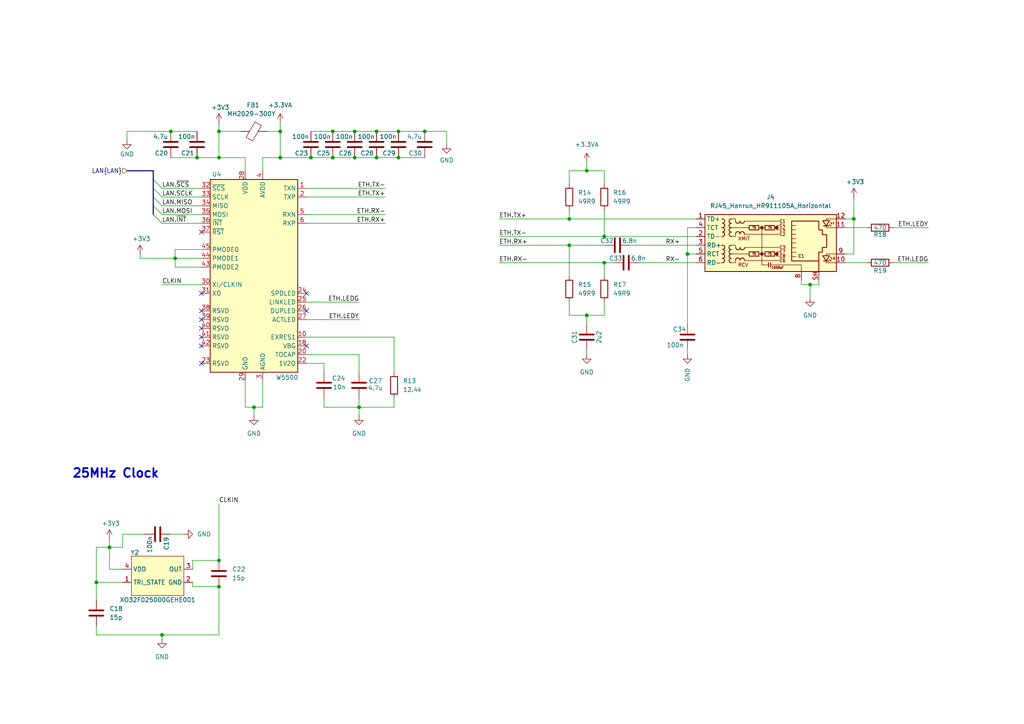
<source format=kicad_sch>
(kicad_sch (version 20250114) (generator "eeschema") (generator_version "9.0")
  (paper "A4")
  (title_block (title "AuraMon") (rev "v0.1"))
  (lib_symbols
    (symbol "AuraMon:XO32F025000GEHE001"
      (property "Reference" "Y2" (at -6.604 7.366 0))
      (property "Value" "XO32F025000GEHE001" (at 0 -6.35 0))
      (symbol "XO32F025000GEHE001_1_1"
        (rectangle (start -7.62 6.35) (end 7.62 -5.08) (fill (type background)))
        (pin input line (at -10.16 2.54 0) (length 2.54) (name "VDD") (number "4"))
        (pin input line (at -10.16 -1.27 0) (length 2.54) (name "TRI_STATE") (number "1"))
        (pin output line (at 10.16 2.54 180) (length 2.54) (name "OUT") (number "3"))
        (pin power_in line (at 10.16 -1.27 180) (length 2.54) (name "GND") (number "2"))
      )
    )
    (symbol "Connector:RJ45_Hanrun_HR911105A_Horizontal"
      (property "Reference" "J" (at 18.415 10.16 0))
      (property "Value" "RJ45_Hanrun_HR911105A_Horizontal" (at -19.05 10.16 0))
      (symbol "RJ45_Hanrun_HR911105A_Horizontal_0_0"
        (circle (center -1.27 5.08) (radius 0.0001) (stroke (width 0.508)))
        (polyline (pts (xy -1.27 5.08) (xy -1.27 -5.715)))
        (circle (center -1.27 -2.54) (radius 0.0001) (stroke (width 0.508)))
        (polyline (pts (xy 0.635 -5.08) (xy 0.635 -6.35)) (stroke (width 0.254)))
        (polyline (pts (xy 1.27 -5.08) (xy 1.27 -6.35)) (stroke (width 0.254)))
        (polyline (pts (xy 3.048 5.08) (xy 2.54 5.08)))
        (circle (center 3.048 5.08) (radius 0.0001) (stroke (width 0.508)))
        (polyline (pts (xy 3.048 -2.54) (xy 2.54 -2.54)))
        (circle (center 3.048 -2.54) (radius 0.0001) (stroke (width 0.508)))
        (polyline (pts (xy 3.683 5.715) (xy 3.048 5.715) (xy 3.048 4.445) (xy 3.683 4.445)))
        (polyline (pts (xy 3.683 -1.905) (xy 3.048 -1.905) (xy 3.048 -3.175) (xy 3.683 -3.175)))
        (polyline (pts (xy 17.399 7.112) (xy 17.399 7.62) (xy 20.32 7.62)))
        (polyline (pts (xy 17.399 -3.048) (xy 17.399 -2.54) (xy 20.32 -2.54)))
        (polyline (pts (xy 20.32 5.08) (xy 17.399 5.08) (xy 17.399 5.588)))
        (polyline (pts (xy 20.32 -5.08) (xy 17.399 -5.08) (xy 17.399 -4.572)))
        (text "XMIT" (at -8.255 1.905 0) (effects (font (size 1.016 1.016)) (justify left)))
        (text "RCV" (at -8.255 -5.715 0) (effects (font (size 1.016 1.016)) (justify left)))
        (text "C1" (at 4.699 6.985 0) (effects (font (size 0.889 0.889))))
        (text "C4" (at 4.699 5.715 0) (effects (font (size 0.889 0.889))))
        (text "C5" (at 4.699 4.445 0) (effects (font (size 0.889 0.889))))
        (text "C2" (at 4.699 3.175 0) (effects (font (size 0.889 0.889))))
        (text "C3" (at 4.699 -0.635 0) (effects (font (size 0.889 0.889))))
        (text "C7" (at 4.699 -1.905 0) (effects (font (size 0.889 0.889))))
        (text "C8" (at 4.699 -3.175 0) (effects (font (size 0.889 0.889))))
        (text "C6" (at 4.699 -4.445 0) (effects (font (size 0.889 0.889))))
        (text "C1" (at 10.16 -3.175 0) (effects (font (size 0.889 0.889))))
      )
      (symbol "RJ45_Hanrun_HR911105A_Horizontal_0_1"
        (rectangle (start -17.78 8.89) (end 20.32 -7.62) (stroke (width 0.254)) (fill (type background)))
        (polyline (pts (xy -12.7 7.62) (xy -13.081 7.62)))
        (polyline (pts (xy -12.7 5.08) (xy -13.081 5.08)))
        (polyline (pts (xy -12.7 2.54) (xy -13.081 2.54)))
        (polyline (pts (xy -12.7 0) (xy -13.081 0)))
        (polyline (pts (xy -12.7 -2.54) (xy -13.081 -2.54)))
        (polyline (pts (xy -12.7 -5.08) (xy -13.081 -5.08)))
        (polyline (pts (xy -10.16 7.62) (xy -8.89 7.62) (xy -8.89 6.985)))
        (polyline (pts (xy -10.16 0) (xy -8.89 0) (xy -8.89 -0.635)))
        (polyline (pts (xy -8.89 3.175) (xy -8.89 2.54) (xy -10.16 2.54)))
        (polyline (pts (xy -8.89 -4.445) (xy -8.89 -5.08) (xy -10.16 -5.08)))
        (polyline (pts (xy -6.35 6.985) (xy 3.683 6.985)))
        (polyline (pts (xy -6.35 3.175) (xy 3.683 3.175)))
        (polyline (pts (xy -6.35 -4.445) (xy 3.683 -4.445)))
        (polyline (pts (xy -6.223 -0.635) (xy 3.683 -0.635)))
        (polyline (pts (xy -5.08 -2.54) (xy -10.16 -2.54)))
        (polyline (pts (xy -4.953 5.08) (xy -10.16 5.08)))
        (polyline (pts (xy -2.159 5.08) (xy -0.381 5.08)))
        (polyline (pts (xy -2.159 -2.54) (xy -0.381 -2.54)))
        (polyline (pts (xy 0.635 -5.715) (xy -1.27 -5.715)))
        (polyline (pts (xy 7.366 3.175) (xy 8.636 3.175)))
        (polyline (pts (xy 7.366 1.905) (xy 8.636 1.905)))
        (polyline (pts (xy 7.366 0.635) (xy 8.636 0.635)))
        (polyline (pts (xy 7.366 -0.762) (xy 8.636 -0.762)))
        (polyline (pts (xy 7.366 -2.032) (xy 8.636 -2.032)))
        (polyline (pts (xy 8.636 5.715) (xy 7.366 5.715)))
        (polyline (pts (xy 8.636 4.445) (xy 7.366 4.445)))
        (polyline (pts (xy 8.636 -3.302) (xy 7.366 -3.302)))
        (polyline (pts (xy 10.16 -5.715) (xy 1.27 -5.715)))
        (polyline (pts (xy 10.16 -5.715) (xy 10.16 -7.62)))
      )
      (symbol "RJ45_Hanrun_HR911105A_Horizontal_1_0"
        (text "1000pF" (at 3.302 -6.477 0) (effects (font (size 0.635 0.635))))
      )
      (symbol "RJ45_Hanrun_HR911105A_Horizontal_1_1"
        (arc (start -12.7 0) (mid -12.0677 -0.635) (end -12.7 -1.27) (stroke (width 0.254)))
        (arc (start -12.6973 7.62) (mid -12.065 6.985) (end -12.6973 6.35) (stroke (width 0.254)))
        (arc (start -12.6973 -1.27) (mid -12.065 -1.905) (end -12.6973 -2.54) (stroke (width 0.254)))
        (arc (start -12.6973 -2.54) (mid -12.065 -3.175) (end -12.6973 -3.81) (stroke (width 0.254)))
        (arc (start -12.6973 -3.81) (mid -12.065 -4.445) (end -12.6973 -5.08) (stroke (width 0.254)))
        (arc (start -12.6946 6.35) (mid -12.0623 5.715) (end -12.6946 5.08) (stroke (width 0.254)))
        (arc (start -12.6946 5.08) (mid -12.0623 4.445) (end -12.6946 3.81) (stroke (width 0.254)))
        (arc (start -12.6946 3.81) (mid -12.0623 3.175) (end -12.6946 2.54) (stroke (width 0.254)))
        (arc (start -10.1654 6.35) (mid -10.7977 6.985) (end -10.1654 7.62) (stroke (width 0.254)))
        (arc (start -10.1654 5.08) (mid -10.7977 5.715) (end -10.1654 6.35) (stroke (width 0.254)))
        (arc (start -10.1654 3.81) (mid -10.7977 4.445) (end -10.1654 5.08) (stroke (width 0.254)))
        (arc (start -10.1654 -1.27) (mid -10.7977 -0.635) (end -10.1654 0) (stroke (width 0.254)))
        (arc (start -10.1654 -2.54) (mid -10.7977 -1.905) (end -10.1654 -1.27) (stroke (width 0.254)))
        (arc (start -10.1654 -3.81) (mid -10.7977 -3.175) (end -10.1654 -2.54) (stroke (width 0.254)))
        (arc (start -10.1627 2.54) (mid -10.795 3.175) (end -10.1627 3.81) (stroke (width 0.254)))
        (arc (start -10.1627 -5.08) (mid -10.795 -4.445) (end -10.1627 -3.81) (stroke (width 0.254)))
        (arc (start -7.62 6.9823) (mid -8.255 6.35) (end -8.89 6.9823) (stroke (width 0.254)))
        (arc (start -8.89 3.3047) (mid -8.255 3.937) (end -7.62 3.3047) (stroke (width 0.254)))
        (arc (start -8.89 -4.3153) (mid -8.255 -3.683) (end -7.62 -4.3153) (stroke (width 0.254)))
        (arc (start -7.5565 -0.7012) (mid -8.1915 -1.3335) (end -8.8265 -0.7012) (stroke (width 0.254)))
        (arc (start -6.35 6.985) (mid -6.985 6.3527) (end -7.62 6.985) (stroke (width 0.254)))
        (arc (start -7.62 3.3074) (mid -6.985 3.9397) (end -6.35 3.3074) (stroke (width 0.254)))
        (arc (start -7.62 -4.3126) (mid -6.985 -3.6803) (end -6.35 -4.3126) (stroke (width 0.254)))
        (arc (start -6.2865 -0.6985) (mid -6.9215 -1.3308) (end -7.5565 -0.6985) (stroke (width 0.254)))
        (rectangle (start -4.953 5.715) (end -2.159 4.445) (stroke (width 0.254)))
        (rectangle (start -4.953 -1.905) (end -2.159 -3.175) (stroke (width 0.254)))
        (rectangle (start -0.381 5.715) (end 2.413 4.445) (stroke (width 0.254)))
        (rectangle (start -0.381 -1.905) (end 2.413 -3.175) (stroke (width 0.254)))
        (polyline (pts (xy 7.366 -4.572) (xy 7.366 6.985) (xy 15.24 6.985) (xy 15.24 4.445) (xy 16.256 4.445) (xy 16.256 3.048) (xy 17.526 3.048) (xy 17.526 -0.635) (xy 16.256 -0.635) (xy 16.256 -2.032) (xy 15.24 -2.032) (xy 15.24 -4.572) (xy 7.366 -4.572)) (stroke (width 0.254)))
        (polyline (pts (xy 15.24 -7.62) (xy 15.24 -4.572)) (stroke (width 0.254)))
        (polyline (pts (xy 18.161 5.588) (xy 16.637 5.588)) (stroke (width 0.254)))
        (polyline (pts (xy 18.161 -4.572) (xy 16.637 -4.572)) (stroke (width 0.254)))
        (polyline (pts (xy 18.288 7.112) (xy 16.383 7.112) (xy 17.399 5.588) (xy 18.288 7.112)) (stroke (width 0.254)))
        (polyline (pts (xy 18.288 6.096) (xy 18.796 5.588) (xy 18.542 5.588)))
        (polyline (pts (xy 18.288 -3.048) (xy 16.383 -3.048) (xy 17.399 -4.572) (xy 18.288 -3.048)) (stroke (width 0.254)))
        (polyline (pts (xy 18.288 -4.064) (xy 18.796 -4.572) (xy 18.542 -4.572)))
        (polyline (pts (xy 18.542 6.731) (xy 19.05 6.223) (xy 18.796 6.223)))
        (polyline (pts (xy 18.542 -3.429) (xy 19.05 -3.937) (xy 18.796 -3.937)))
        (polyline (pts (xy 18.796 5.588) (xy 18.796 5.842)))
        (polyline (pts (xy 18.796 -4.572) (xy 18.796 -4.318)))
        (polyline (pts (xy 19.05 6.223) (xy 19.05 6.477)))
        (polyline (pts (xy 19.05 -3.937) (xy 19.05 -3.683)))
        (text "75" (at -3.556 5.08 0) (effects (font (size 0.635 0.635))))
        (text "75" (at -3.556 -2.54 0) (effects (font (size 0.635 0.635))))
        (text "75" (at 1.016 5.08 0) (effects (font (size 0.635 0.635))))
        (text "75" (at 1.016 -2.54 0) (effects (font (size 0.635 0.635))))
        (text "Y" (at 19.558 6.35 0) (effects (font (size 0.635 0.635))))
        (text "G" (at 19.685 -3.81 0) (effects (font (size 0.635 0.635))))
        (pin passive line (at -20.32 7.62 0) (length 2.54) (name "TD+") (number "1"))
        (pin passive line (at -20.32 5.08 0) (length 2.54) (name "TCT") (number "4"))
        (pin passive line (at -20.32 2.54 0) (length 2.54) (name "TD-") (number "2"))
        (pin passive line (at -20.32 0 0) (length 2.54) (name "RD+") (number "3"))
        (pin passive line (at -20.32 -2.54 0) (length 2.54) (name "RCT") (number "5"))
        (pin passive line (at -20.32 -5.08 0) (length 2.54) (name "RD-") (number "6"))
        (pin power_in line (at 10.16 -10.16 90) (length 2.54) (name "") (number "8"))
        (pin passive line (at 15.24 -10.16 90) (length 2.54) (name "") (number "SH"))
        (pin no_connect line (at 20.32 0 0) (length 0) (hide yes) (name "NC") (number "7"))
        (pin passive line (at 22.86 7.62 180) (length 2.54) (name "") (number "12"))
        (pin passive line (at 22.86 5.08 180) (length 2.54) (name "") (number "11"))
        (pin passive line (at 22.86 -2.54 180) (length 2.54) (name "") (number "9"))
        (pin passive line (at 22.86 -5.08 180) (length 2.54) (name "") (number "10"))
      )
    )
    (symbol "Device:C" (pin_numbers (hide yes)) (pin_names (offset 0.254))
      (property "Reference" "C" (at 0.635 2.54 0))
      (property "Value" "C" (at 0.635 -2.54 0))
      (symbol "C_0_1"
        (polyline (pts (xy -2.032 0.762) (xy 2.032 0.762)) (stroke (width 0.508)))
        (polyline (pts (xy -2.032 -0.762) (xy 2.032 -0.762)) (stroke (width 0.508)))
      )
      (symbol "C_1_1"
        (pin passive line (at 0 3.81 270) (length 2.794) (name "~") (number "1"))
        (pin passive line (at 0 -3.81 90) (length 2.794) (name "~") (number "2"))
      )
    )
    (symbol "Device:FerriteBead" (pin_numbers (hide yes)) (pin_names (offset 0))
      (property "Reference" "FB" (at -3.81 0.635 90))
      (property "Value" "FerriteBead" (at 3.81 0 90))
      (symbol "FerriteBead_0_1"
        (polyline (pts (xy -2.7686 0.4064) (xy -1.7018 2.2606) (xy 2.7686 -0.3048) (xy 1.6764 -2.159) (xy -2.7686 0.4064)))
        (polyline (pts (xy 0 1.27) (xy 0 1.2954)))
        (polyline (pts (xy 0 -1.27) (xy 0 -1.2192)))
      )
      (symbol "FerriteBead_1_1"
        (pin passive line (at 0 3.81 270) (length 2.54) (name "~") (number "1"))
        (pin passive line (at 0 -3.81 90) (length 2.54) (name "~") (number "2"))
      )
    )
    (symbol "Device:R" (pin_numbers (hide yes)) (pin_names (offset 0))
      (property "Reference" "R" (at 2.032 0 90))
      (property "Value" "R" (at 0 0 90))
      (symbol "R_0_1"
        (rectangle (start -1.016 -2.54) (end 1.016 2.54) (stroke (width 0.254)))
      )
      (symbol "R_1_1"
        (pin passive line (at 0 3.81 270) (length 1.27) (name "~") (number "1"))
        (pin passive line (at 0 -3.81 90) (length 1.27) (name "~") (number "2"))
      )
    )
    (symbol "Hardware Components:C_2u2_0402_25V" (pin_numbers (hide yes)) (pin_names (offset 0.254))
      (property "Reference" "C" (at -3.556 0 90))
      (property "Value" "2u2" (at 3.556 0 90))
      (symbol "C_2u2_0402_25V_0_1"
        (polyline (pts (xy -2.032 0.762) (xy 2.032 0.762)) (stroke (width 0.508)))
        (polyline (pts (xy -2.032 -0.762) (xy 2.032 -0.762)) (stroke (width 0.508)))
      )
      (symbol "C_2u2_0402_25V_1_1"
        (pin passive line (at 0 3.81 270) (length 2.794) (name "~") (number "1"))
        (pin passive line (at 0 -3.81 90) (length 2.794) (name "~") (number "2"))
      )
    )
    (symbol "Interface_Ethernet:W5500"
      (property "Reference" "U" (at -11.43 29.21 0))
      (property "Value" "W5500" (at 8.89 29.21 0))
      (symbol "W5500_0_1"
        (rectangle (start -12.7 27.94) (end 12.7 -27.94) (stroke (width 0.254)) (fill (type background)))
      )
      (symbol "W5500_1_1"
        (pin input line (at -15.24 25.4 0) (length 2.54) (name "~{SCS}") (number "32"))
        (pin input line (at -15.24 22.86 0) (length 2.54) (name "SCLK") (number "33"))
        (pin output line (at -15.24 20.32 0) (length 2.54) (name "MISO") (number "34"))
        (pin input line (at -15.24 17.78 0) (length 2.54) (name "MOSI") (number "35"))
        (pin input line (at -15.24 15.24 0) (length 2.54) (name "~{INT}") (number "36"))
        (pin input line (at -15.24 12.7 0) (length 2.54) (name "~{RST}") (number "37"))
        (pin input line (at -15.24 7.62 0) (length 2.54) (name "PMODE0") (number "45"))
        (pin input line (at -15.24 5.08 0) (length 2.54) (name "PMODE1") (number "44"))
        (pin input line (at -15.24 2.54 0) (length 2.54) (name "PMODE2") (number "43"))
        (pin input line (at -15.24 -2.54 0) (length 2.54) (name "XI/CLKIN") (number "30"))
        (pin output line (at -15.24 -5.08 0) (length 2.54) (name "XO") (number "31"))
        (pin input line (at -15.24 -10.16 0) (length 2.54) (name "RSVD") (number "38"))
        (pin input line (at -15.24 -12.7 0) (length 2.54) (name "RSVD") (number "39"))
        (pin input line (at -15.24 -15.24 0) (length 2.54) (name "RSVD") (number "40"))
        (pin input line (at -15.24 -17.78 0) (length 2.54) (name "RSVD") (number "41"))
        (pin input line (at -15.24 -20.32 0) (length 2.54) (name "RSVD") (number "42"))
        (pin input line (at -15.24 -25.4 0) (length 2.54) (name "RSVD") (number "23"))
        (pin power_in line (at -2.54 30.48 270) (length 2.54) (name "VDD") (number "28"))
        (pin power_in line (at -2.54 -30.48 90) (length 2.54) (name "GND") (number "29"))
        (pin passive line (at 2.54 30.48 270) (length 2.54) (hide yes) (name "AVDD") (number "11"))
        (pin passive line (at 2.54 30.48 270) (length 2.54) (hide yes) (name "AVDD") (number "15"))
        (pin passive line (at 2.54 30.48 270) (length 2.54) (hide yes) (name "AVDD") (number "17"))
        (pin passive line (at 2.54 30.48 270) (length 2.54) (hide yes) (name "AVDD") (number "21"))
        (pin power_in line (at 2.54 30.48 270) (length 2.54) (name "AVDD") (number "4"))
        (pin passive line (at 2.54 30.48 270) (length 2.54) (hide yes) (name "AVDD") (number "8"))
        (pin passive line (at 2.54 -30.48 90) (length 2.54) (hide yes) (name "AGND") (number "14"))
        (pin passive line (at 2.54 -30.48 90) (length 2.54) (hide yes) (name "AGND") (number "16"))
        (pin passive line (at 2.54 -30.48 90) (length 2.54) (hide yes) (name "AGND") (number "19"))
        (pin power_in line (at 2.54 -30.48 90) (length 2.54) (name "AGND") (number "3"))
        (pin passive line (at 2.54 -30.48 90) (length 2.54) (hide yes) (name "AGND") (number "48"))
        (pin passive line (at 2.54 -30.48 90) (length 2.54) (hide yes) (name "AGND") (number "9"))
        (pin no_connect line (at 12.7 10.16 180) (length 2.54) (hide yes) (name "DNC") (number "7"))
        (pin no_connect line (at 12.7 7.62 180) (length 2.54) (hide yes) (name "NC") (number "12"))
        (pin no_connect line (at 12.7 5.08 180) (length 2.54) (hide yes) (name "NC") (number "13"))
        (pin no_connect line (at 12.7 2.54 180) (length 2.54) (hide yes) (name "NC") (number "46"))
        (pin no_connect line (at 12.7 0 180) (length 2.54) (hide yes) (name "NC") (number "47"))
        (pin output line (at 15.24 25.4 180) (length 2.54) (name "TXN") (number "1"))
        (pin output line (at 15.24 22.86 180) (length 2.54) (name "TXP") (number "2"))
        (pin input line (at 15.24 17.78 180) (length 2.54) (name "RXN") (number "5"))
        (pin input line (at 15.24 15.24 180) (length 2.54) (name "RXP") (number "6"))
        (pin output line (at 15.24 -5.08 180) (length 2.54) (name "SPDLED") (number "24"))
        (pin output line (at 15.24 -7.62 180) (length 2.54) (name "LINKLED") (number "25"))
        (pin output line (at 15.24 -10.16 180) (length 2.54) (name "DUPLED") (number "26"))
        (pin output line (at 15.24 -12.7 180) (length 2.54) (name "ACTLED") (number "27"))
        (pin passive line (at 15.24 -17.78 180) (length 2.54) (name "EXRES1") (number "10"))
        (pin passive line (at 15.24 -20.32 180) (length 2.54) (name "VBG") (number "18"))
        (pin passive line (at 15.24 -22.86 180) (length 2.54) (name "TOCAP") (number "20"))
        (pin output line (at 15.24 -25.4 180) (length 2.54) (name "1V2O") (number "22"))
      )
    )
    (symbol "power:+3.3VA" (power) (pin_numbers (hide yes)) (pin_names (offset 0) (hide yes))
      (property "Value" "+3.3VA" (at 0 3.556 0))
      (symbol "+3.3VA_0_1"
        (polyline (pts (xy -0.762 1.27) (xy 0 2.54)))
        (polyline (pts (xy 0 2.54) (xy 0.762 1.27)))
        (polyline (pts (xy 0 0) (xy 0 2.54)))
      )
      (symbol "+3.3VA_1_1"
        (pin power_in line (at 0 0 90) (length 0) (name "~") (number "1"))
      )
    )
    (symbol "power:+3V3" (power) (pin_numbers (hide yes)) (pin_names (offset 0) (hide yes))
      (property "Value" "+3V3" (at 0 3.556 0))
      (symbol "+3V3_0_1"
        (polyline (pts (xy -0.762 1.27) (xy 0 2.54)))
        (polyline (pts (xy 0 2.54) (xy 0.762 1.27)))
        (polyline (pts (xy 0 0) (xy 0 2.54)))
      )
      (symbol "+3V3_1_1"
        (pin power_in line (at 0 0 90) (length 0) (name "~") (number "1"))
      )
    )
    (symbol "power:GND" (power) (pin_numbers (hide yes)) (pin_names (offset 0) (hide yes))
      (property "Value" "GND" (at 0 -3.81 0))
      (symbol "GND_0_1"
        (polyline (pts (xy 0 0) (xy 0 -1.27) (xy 1.27 -1.27) (xy 0 -2.54) (xy -1.27 -1.27) (xy 0 -1.27)))
      )
      (symbol "GND_1_1"
        (pin power_in line (at 0 0 270) (length 0) (name "~") (number "1"))
      )
    )
  )
  (bus_alias "LAN" (members "~{SCS}" "SCLK" "MISO" "MOSI" "~{INT}" "~{RST}"))
  (text "25MHz Clock" (at 20.828 137.414 0) (effects (font (size 2.54 2.54) (thickness 0.508) (bold yes)) (justify left)))
  (junction (at 57.15 45.72))
  (junction (at 102.87 38.1))
  (junction (at 31.75 158.75))
  (junction (at 175.26 68.58))
  (junction (at 81.28 45.72))
  (junction (at 170.18 91.44))
  (junction (at 115.57 38.1))
  (junction (at 63.5 45.72))
  (junction (at 109.22 45.72))
  (junction (at 49.53 38.1))
  (junction (at 73.66 118.11))
  (junction (at 109.22 38.1))
  (junction (at 104.14 118.11))
  (junction (at 27.94 168.91))
  (junction (at 170.18 49.53))
  (junction (at 63.5 170.18))
  (junction (at 90.17 45.72))
  (junction (at 115.57 45.72))
  (junction (at 96.52 38.1))
  (junction (at 199.39 73.66))
  (junction (at 63.5 162.56))
  (junction (at 165.1 71.12))
  (junction (at 175.26 76.2))
  (junction (at 96.52 45.72))
  (junction (at 234.95 82.55))
  (junction (at 165.1 63.5))
  (junction (at 63.5 38.1))
  (junction (at 247.65 63.5))
  (junction (at 81.28 38.1))
  (junction (at 123.19 38.1))
  (junction (at 46.99 184.15))
  (junction (at 102.87 45.72))
  (junction (at 50.8 74.93))
  (no_connect (at 58.42 92.71))
  (no_connect (at 88.9 85.09))
  (no_connect (at 88.9 90.17))
  (no_connect (at 58.42 95.25))
  (no_connect (at 58.42 90.17))
  (no_connect (at 58.42 85.09))
  (no_connect (at 58.42 105.41))
  (no_connect (at 58.42 97.79))
  (no_connect (at 58.42 100.33))
  (no_connect (at 88.9 100.33))
  (no_connect (at 58.42 67.31))
  (bus_entry (at 44.45 62.23) (size 2.54 2.54))
  (bus_entry (at 44.45 52.07) (size 2.54 2.54))
  (bus_entry (at 44.45 57.15) (size 2.54 2.54))
  (bus_entry (at 44.45 54.61) (size 2.54 2.54))
  (bus_entry (at 44.45 59.69) (size 2.54 2.54))
  (wire (pts (xy 46.99 59.69) (xy 58.42 59.69)))
  (wire (pts (xy 245.11 76.2) (xy 251.46 76.2)))
  (wire (pts (xy 35.56 154.94) (xy 35.56 158.75)))
  (wire (pts (xy 46.99 57.15) (xy 58.42 57.15)))
  (wire (pts (xy 63.5 38.1) (xy 69.85 38.1)))
  (wire (pts (xy 144.78 76.2) (xy 175.26 76.2)))
  (wire (pts (xy 109.22 45.72) (xy 115.57 45.72)))
  (wire (pts (xy 46.99 54.61) (xy 58.42 54.61)))
  (wire (pts (xy 63.5 45.72) (xy 71.12 45.72)))
  (wire (pts (xy 111.76 57.15) (xy 88.9 57.15)))
  (wire (pts (xy 49.53 38.1) (xy 57.15 38.1)))
  (wire (pts (xy 63.5 38.1) (xy 63.5 45.72)))
  (bus (pts (xy 36.83 49.53) (xy 44.45 49.53)))
  (wire (pts (xy 88.9 97.79) (xy 114.3 97.79)))
  (wire (pts (xy 76.2 118.11) (xy 73.66 118.11)))
  (wire (pts (xy 115.57 45.72) (xy 123.19 45.72)))
  (wire (pts (xy 27.94 158.75) (xy 27.94 168.91)))
  (wire (pts (xy 232.41 82.55) (xy 234.95 82.55)))
  (wire (pts (xy 245.11 73.66) (xy 247.65 73.66)))
  (wire (pts (xy 109.22 38.1) (xy 115.57 38.1)))
  (wire (pts (xy 88.9 92.71) (xy 104.14 92.71)))
  (wire (pts (xy 55.88 165.1) (xy 55.88 162.56)))
  (wire (pts (xy 36.83 38.1) (xy 49.53 38.1)))
  (wire (pts (xy 50.8 74.93) (xy 58.42 74.93)))
  (wire (pts (xy 170.18 91.44) (xy 170.18 93.98)))
  (wire (pts (xy 170.18 46.99) (xy 170.18 49.53)))
  (wire (pts (xy 237.49 82.55) (xy 234.95 82.55)))
  (wire (pts (xy 201.93 66.04) (xy 199.39 66.04)))
  (wire (pts (xy 114.3 97.79) (xy 114.3 107.95)))
  (wire (pts (xy 81.28 45.72) (xy 90.17 45.72)))
  (wire (pts (xy 50.8 77.47) (xy 50.8 74.93)))
  (wire (pts (xy 165.1 71.12) (xy 165.1 80.01)))
  (wire (pts (xy 115.57 38.1) (xy 123.19 38.1)))
  (wire (pts (xy 104.14 102.87) (xy 104.14 107.95)))
  (wire (pts (xy 50.8 72.39) (xy 50.8 74.93)))
  (wire (pts (xy 96.52 45.72) (xy 102.87 45.72)))
  (wire (pts (xy 185.42 76.2) (xy 201.93 76.2)))
  (bus (pts (xy 44.45 54.61) (xy 44.45 52.07)))
  (wire (pts (xy 55.88 168.91) (xy 55.88 170.18)))
  (wire (pts (xy 63.5 146.05) (xy 63.5 162.56)))
  (wire (pts (xy 129.54 38.1) (xy 123.19 38.1)))
  (wire (pts (xy 57.15 45.72) (xy 63.5 45.72)))
  (wire (pts (xy 31.75 156.21) (xy 31.75 158.75)))
  (wire (pts (xy 88.9 62.23) (xy 111.76 62.23)))
  (wire (pts (xy 71.12 118.11) (xy 71.12 110.49)))
  (wire (pts (xy 55.88 162.56) (xy 63.5 162.56)))
  (wire (pts (xy 102.87 38.1) (xy 109.22 38.1)))
  (wire (pts (xy 234.95 82.55) (xy 234.95 86.36)))
  (wire (pts (xy 165.1 91.44) (xy 170.18 91.44)))
  (wire (pts (xy 247.65 57.15) (xy 247.65 63.5)))
  (wire (pts (xy 81.28 35.56) (xy 81.28 38.1)))
  (wire (pts (xy 31.75 165.1) (xy 35.56 165.1)))
  (wire (pts (xy 199.39 66.04) (xy 199.39 73.66)))
  (wire (pts (xy 76.2 49.53) (xy 76.2 45.72)))
  (wire (pts (xy 46.99 82.55) (xy 58.42 82.55)))
  (wire (pts (xy 144.78 63.5) (xy 165.1 63.5)))
  (wire (pts (xy 36.83 40.64) (xy 36.83 38.1)))
  (wire (pts (xy 46.99 62.23) (xy 58.42 62.23)))
  (wire (pts (xy 144.78 71.12) (xy 165.1 71.12)))
  (wire (pts (xy 102.87 45.72) (xy 109.22 45.72)))
  (wire (pts (xy 73.66 120.65) (xy 73.66 118.11)))
  (wire (pts (xy 40.64 74.93) (xy 40.64 73.66)))
  (wire (pts (xy 93.98 105.41) (xy 88.9 105.41)))
  (wire (pts (xy 63.5 35.56) (xy 63.5 38.1)))
  (wire (pts (xy 40.64 74.93) (xy 50.8 74.93)))
  (wire (pts (xy 81.28 45.72) (xy 81.28 38.1)))
  (wire (pts (xy 90.17 38.1) (xy 96.52 38.1)))
  (wire (pts (xy 245.11 63.5) (xy 247.65 63.5)))
  (wire (pts (xy 245.11 66.04) (xy 251.46 66.04)))
  (wire (pts (xy 175.26 53.34) (xy 175.26 49.53)))
  (wire (pts (xy 175.26 60.96) (xy 175.26 68.58)))
  (wire (pts (xy 81.28 38.1) (xy 77.47 38.1)))
  (wire (pts (xy 104.14 118.11) (xy 104.14 120.65)))
  (wire (pts (xy 129.54 41.91) (xy 129.54 38.1)))
  (wire (pts (xy 175.26 68.58) (xy 201.93 68.58)))
  (bus (pts (xy 44.45 57.15) (xy 44.45 54.61)))
  (wire (pts (xy 58.42 77.47) (xy 50.8 77.47)))
  (wire (pts (xy 46.99 64.77) (xy 58.42 64.77)))
  (wire (pts (xy 182.88 71.12) (xy 201.93 71.12)))
  (wire (pts (xy 71.12 45.72) (xy 71.12 49.53)))
  (bus (pts (xy 44.45 52.07) (xy 44.45 49.53)))
  (wire (pts (xy 199.39 102.87) (xy 199.39 101.6)))
  (wire (pts (xy 170.18 49.53) (xy 175.26 49.53)))
  (wire (pts (xy 88.9 64.77) (xy 111.76 64.77)))
  (wire (pts (xy 93.98 107.95) (xy 93.98 105.41)))
  (wire (pts (xy 93.98 118.11) (xy 104.14 118.11)))
  (wire (pts (xy 90.17 45.72) (xy 96.52 45.72)))
  (wire (pts (xy 175.26 76.2) (xy 175.26 80.01)))
  (wire (pts (xy 93.98 115.57) (xy 93.98 118.11)))
  (wire (pts (xy 175.26 76.2) (xy 177.8 76.2)))
  (wire (pts (xy 175.26 87.63) (xy 175.26 91.44)))
  (wire (pts (xy 49.53 45.72) (xy 57.15 45.72)))
  (wire (pts (xy 49.53 154.94) (xy 53.34 154.94)))
  (wire (pts (xy 73.66 118.11) (xy 71.12 118.11)))
  (wire (pts (xy 165.1 63.5) (xy 201.93 63.5)))
  (wire (pts (xy 35.56 158.75) (xy 31.75 158.75)))
  (wire (pts (xy 237.49 81.28) (xy 237.49 82.55)))
  (wire (pts (xy 46.99 184.15) (xy 46.99 185.42)))
  (wire (pts (xy 199.39 73.66) (xy 199.39 93.98)))
  (wire (pts (xy 170.18 91.44) (xy 175.26 91.44)))
  (wire (pts (xy 88.9 87.63) (xy 104.14 87.63)))
  (wire (pts (xy 114.3 115.57) (xy 114.3 118.11)))
  (wire (pts (xy 165.1 60.96) (xy 165.1 63.5)))
  (wire (pts (xy 165.1 87.63) (xy 165.1 91.44)))
  (wire (pts (xy 247.65 63.5) (xy 247.65 73.66)))
  (wire (pts (xy 269.24 76.2) (xy 259.08 76.2)))
  (wire (pts (xy 88.9 102.87) (xy 104.14 102.87)))
  (wire (pts (xy 41.91 154.94) (xy 35.56 154.94)))
  (wire (pts (xy 96.52 38.1) (xy 102.87 38.1)))
  (wire (pts (xy 165.1 49.53) (xy 165.1 53.34)))
  (wire (pts (xy 170.18 102.87) (xy 170.18 101.6)))
  (wire (pts (xy 104.14 118.11) (xy 114.3 118.11)))
  (wire (pts (xy 165.1 71.12) (xy 175.26 71.12)))
  (wire (pts (xy 55.88 170.18) (xy 63.5 170.18)))
  (wire (pts (xy 27.94 184.15) (xy 46.99 184.15)))
  (wire (pts (xy 76.2 45.72) (xy 81.28 45.72)))
  (wire (pts (xy 46.99 184.15) (xy 63.5 184.15)))
  (wire (pts (xy 31.75 158.75) (xy 31.75 165.1)))
  (wire (pts (xy 63.5 184.15) (xy 63.5 170.18)))
  (wire (pts (xy 111.76 54.61) (xy 88.9 54.61)))
  (wire (pts (xy 232.41 81.28) (xy 232.41 82.55)))
  (bus (pts (xy 44.45 59.69) (xy 44.45 57.15)))
  (wire (pts (xy 27.94 168.91) (xy 27.94 173.99)))
  (wire (pts (xy 31.75 158.75) (xy 27.94 158.75)))
  (wire (pts (xy 144.78 68.58) (xy 175.26 68.58)))
  (wire (pts (xy 165.1 49.53) (xy 170.18 49.53)))
  (wire (pts (xy 35.56 168.91) (xy 27.94 168.91)))
  (wire (pts (xy 269.24 66.04) (xy 259.08 66.04)))
  (wire (pts (xy 27.94 181.61) (xy 27.94 184.15)))
  (bus (pts (xy 44.45 62.23) (xy 44.45 59.69)))
  (wire (pts (xy 58.42 72.39) (xy 50.8 72.39)))
  (wire (pts (xy 199.39 73.66) (xy 201.93 73.66)))
  (wire (pts (xy 76.2 110.49) (xy 76.2 118.11)))
  (wire (pts (xy 104.14 115.57) (xy 104.14 118.11)))
  (label "RX+" (at 193.04 71.12 0))
  (label "LAN.~{INT}" (at 46.99 64.77 0))
  (label "ETH.RX+" (at 144.78 71.12 0))
  (label "ETH.LEDY" (at 104.14 92.71 180))
  (label "CLKIN" (at 63.5 146.05 0))
  (label "ETH.TX+" (at 111.76 57.15 180))
  (label "ETH.TX-" (at 111.76 54.61 180))
  (label "ETH.TX+" (at 144.78 63.5 0))
  (label "RX-" (at 193.04 76.2 0))
  (label "LAN.MISO" (at 46.99 59.69 0))
  (label "ETH.RX-" (at 111.76 62.23 180))
  (label "ETH.RX+" (at 111.76 64.77 180))
  (label "ETH.RX-" (at 144.78 76.2 0))
  (label "ETH.LEDG" (at 104.14 87.63 180))
  (label "ETH.TX-" (at 144.78 68.58 0))
  (label "LAN.MOSI" (at 46.99 62.23 0))
  (label "ETH.LEDY" (at 269.24 66.04 180))
  (label "LAN.SCLK" (at 46.99 57.15 0))
  (label "LAN.~{SCS}" (at 46.99 54.61 0))
  (label "CLKIN" (at 46.99 82.55 0))
  (label "ETH.LEDG" (at 269.24 76.2 180))
  (hierarchical_label "LAN{LAN}" (shape input) (at 36.83 49.53 180))
  (symbol (lib_id "Device:C") (at 123.19 41.91 180) (unit 1)
    (property "Reference" "C30" (at 122.428 44.45 0) (effects (justify left)))
    (property "Value" "4.7u" (at 122.428 39.624 0) (effects (justify left)))
    (property "Footprint" "AuraMon:C_0402_1005Metric" (effects (hide yes)))
    (property "Datasheet" "https://jlcpcb.com/api/file/downloadByFileSystemAccessId/8588941126014918656" (effects (hide yes)))
    (property "Description" "16V 4.7uF X5R ±20% 0402 Multilayer Ceramic Capacitors MLCC - SMD/SMT ROHS" (effects (hide yes)))
    (property "MPN" "CL05A475MO5NUNC" (effects (hide yes)))
    (property "JLCPCB Part #" "C318563" (effects (hide yes)))
    (property "Manufacturer" "Samsung Electro-Mechanics" (effects (hide yes)))
  )
  (symbol (lib_id "Hardware Components:C_2u2_0402_25V") (at 170.18 97.79 0) (unit 1)
    (property "Reference" "C31" (at 166.624 97.79 90))
    (property "Value" "2u2" (at 173.736 97.79 90))
    (property "Footprint" "Hardware Components:C_0402_1005Metric" (effects (hide yes)))
    (property "Datasheet" "https://jlcpcb.com/api/file/downloadByFileSystemAccessId/8588894249148014592" (effects (hide yes)))
    (property "Description" "2.2uF 25V X5R ±10% 0402 Multilayer Ceramic Capacitors MLCC - SMD/SMT ROHS" (effects (hide yes)))
    (property "MPN" "CL05A225KA5NUNC" (effects (hide yes)))
    (property "JLCPCB Part #" "C307418" (effects (hide yes)))
    (property "Manufacturer" "Samsung Electro-Mechanics" (effects (hide yes)))
  )
  (symbol (lib_id "Device:C") (at 93.98 111.76 0) (unit 1)
    (property "Reference" "C24" (at 96.266 109.728 0) (effects (justify left)))
    (property "Value" "10n" (at 96.52 112.268 0) (effects (justify left)))
    (property "Footprint" "AuraMon:C_0402_1005Metric" (effects (hide yes)))
    (property "Datasheet" "https://jlcpcb.com/api/file/downloadByFileSystemAccessId/8579707307011465216" (effects (hide yes)))
    (property "Description" "10nF 50V X7R ±10% 0402 Multilayer Ceramic Capacitors MLCC - SMD/SMT ROHS" (effects (hide yes)))
    (property "MPN" "CL05B103KB5NNNC" (effects (hide yes)))
    (property "JLCPCB Part #" "C15195" (effects (hide yes)))
    (property "Manufacturer" "Samsung Electro-Mechanics" (effects (hide yes)))
  )
  (symbol (lib_id "Device:C") (at 96.52 41.91 180) (unit 1)
    (property "Reference" "C25" (at 95.758 44.45 0) (effects (justify left)))
    (property "Value" "100n" (at 96.012 39.624 0) (effects (justify left)))
    (property "Footprint" "AuraMon:C_0402_1005Metric" (effects (hide yes)))
    (property "Datasheet" "https://www.lcsc.com/datasheet/lcsc_datasheet_2304140030_Samsung-Electro-Mechanics-CL05B104KO5NNNC_C1525.pdf" (effects (hide yes)))
    (property "Description" "16V 100nF X7R ±10% 0402 Multilayer Ceramic Capacitors MLCC - SMD/SMT ROHS" (effects (hide yes)))
    (property "MPN" "CL05B104KO5NNNC" (effects (hide yes)))
    (property "JLCPCB Part #" "C1525" (effects (hide yes)))
    (property "Manufacturer" "Samsung Electro-Mechanics" (effects (hide yes)))
  )
  (symbol (lib_id "Interface_Ethernet:W5500") (at 73.66 80.01 0) (unit 1)
    (property "Reference" "U4" (at 61.468 50.546 0) (effects (justify left)))
    (property "Value" "W5500" (at 80.01 109.474 0) (effects (justify left)))
    (property "Footprint" "Package_QFP:LQFP-48_7x7mm_P0.5mm" (effects (hide yes)))
    (property "Datasheet" "https://jlcpcb.com/api/file/downloadByFileSystemAccessId/8579709494731071488" (effects (hide yes)))
    (property "Description" "10/100Mb SPI Ethernet controller with TCP/IP stack, LQFP-48" (effects (hide yes)))
    (property "MPN" "W5500" (effects (hide yes)))
    (property "Manufacturer" "WIZNET" (effects (hide yes)))
    (property "JLCPCB Part #" "C32843" (effects (hide yes)))
  )
  (symbol (lib_id "Device:R") (at 175.26 83.82 0) (unit 1)
    (property "Reference" "R17" (at 177.8 82.5499 0) (effects (justify left)))
    (property "Value" "49R9" (at 177.8 85.0899 0) (effects (justify left)))
    (property "Footprint" "Resistor_SMD:R_0603_1608Metric" (effects (hide yes)))
    (property "Datasheet" "https://jlcpcb.com/api/file/downloadByFileSystemAccessId/8588899000954707968" (effects (hide yes)))
    (property "Description" "100mW Thick Film Resistors 75V ±100ppm/℃ ±1% 49.9Ω 0603 Chip Resistor - Surface Mount ROHS" (effects (hide yes)))
    (property "MPN" "RC0603FR-0749R9L" (effects (hide yes)))
    (property "JLCPCB Part #" "C114625" (effects (hide yes)))
    (property "Manufacturer" "YAGEO" (effects (hide yes)))
  )
  (symbol (lib_id "power:GND") (at 129.54 41.91 0) (unit 1)
    (property "Reference" "#PWR036" (effects (hide yes)))
    (property "Value" "GND" (at 127.508 46.482 0) (effects (justify left)))
    (property "Description" "Power symbol creates a global label with name \"GND\" , ground" (effects (hide yes)))
  )
  (symbol (lib_id "Device:C") (at 199.39 97.79 0) (unit 1)
    (property "Reference" "C34" (at 197.104 95.504 0))
    (property "Value" "100n" (at 195.834 100.076 0))
    (property "Footprint" "AuraMon:C_0402_1005Metric" (effects (hide yes)))
    (property "Datasheet" "https://www.lcsc.com/datasheet/lcsc_datasheet_2304140030_Samsung-Electro-Mechanics-CL05B104KO5NNNC_C1525.pdf" (effects (hide yes)))
    (property "Description" "16V 100nF X7R ±10% 0402 Multilayer Ceramic Capacitors MLCC - SMD/SMT ROHS" (effects (hide yes)))
    (property "MPN" "CL05B104KO5NNNC" (effects (hide yes)))
    (property "JLCPCB Part #" "C1525" (effects (hide yes)))
    (property "Manufacturer" "Samsung Electro-Mechanics" (effects (hide yes)))
  )
  (symbol (lib_id "Device:R") (at 255.27 66.04 270) (unit 1)
    (property "Reference" "R18" (at 255.27 68.072 90))
    (property "Value" "470" (at 255.27 66.04 90))
    (property "Footprint" "Resistor_SMD:R_0402_1005Metric" (effects (hide yes)))
    (property "Datasheet" "https://wmsc.lcsc.com/wmsc/upload/file/pdf/v2/lcsc/2006112330_YAGEO-RC0402FR-7W470RL_C606172.pdf" (effects (hide yes)))
    (property "Description" "125mW Thick Film Resistors 50V ±100ppm/℃ ±1% 470Ω 0402 Chip Resistor - Surface Mount ROHS" (effects (hide yes)))
    (property "MPN" "RC0402FR-7W470RL" (effects (hide yes)))
    (property "JLCPCB Part #" "C606172" (effects (hide yes)))
    (property "Manufacturer" "YAGEO" (effects (hide yes)))
  )
  (symbol (lib_id "power:GND") (at 53.34 154.94 90) (unit 1)
    (property "Reference" "#PWR031" (effects (hide yes)))
    (property "Value" "GND" (at 57.15 154.9399 90) (effects (justify right)))
    (property "Description" "Power symbol creates a global label with name \"GND\" , ground" (effects (hide yes)))
  )
  (symbol (lib_id "Device:FerriteBead") (at 73.66 38.1 90) (unit 1)
    (property "Reference" "FB1" (at 73.406 30.48 90))
    (property "Value" "MH2029-300Y" (at 72.898 33.02 90))
    (property "Footprint" "AuraMon:L0805" (effects (hide yes)))
    (property "Datasheet" "https://www.lcsc.com/datasheet/lcsc_datasheet_2304140030_BOURNS-MH2029-300Y_C840593.pdf" (effects (hide yes)))
    (property "Description" "25mΩ ±25% 30Ω@100MHz 0805 Ferrite Beads ROHS" (effects (hide yes)))
    (property "MPN" "MH2029-300Y" (effects (hide yes)))
    (property "Manufacturer" "BOURNS" (effects (hide yes)))
    (property "JLCPCB Part #" "C840593" (effects (hide yes)))
  )
  (symbol (lib_id "Device:C") (at 115.57 41.91 180) (unit 1)
    (property "Reference" "C29" (at 114.808 44.45 0) (effects (justify left)))
    (property "Value" "100n" (at 115.062 39.624 0) (effects (justify left)))
    (property "Footprint" "AuraMon:C_0402_1005Metric" (effects (hide yes)))
    (property "Datasheet" "https://www.lcsc.com/datasheet/lcsc_datasheet_2304140030_Samsung-Electro-Mechanics-CL05B104KO5NNNC_C1525.pdf" (effects (hide yes)))
    (property "Description" "16V 100nF X7R ±10% 0402 Multilayer Ceramic Capacitors MLCC - SMD/SMT ROHS" (effects (hide yes)))
    (property "MPN" "CL05B104KO5NNNC" (effects (hide yes)))
    (property "JLCPCB Part #" "C1525" (effects (hide yes)))
    (property "Manufacturer" "Samsung Electro-Mechanics" (effects (hide yes)))
  )
  (symbol (lib_id "power:+3V3") (at 40.64 73.66 0) (unit 1)
    (property "Reference" "#PWR029" (effects (hide yes)))
    (property "Value" "+3V3" (at 41.021 69.2658 0))
  )
  (symbol (lib_id "power:GND") (at 104.14 120.65 0) (unit 1)
    (property "Reference" "#PWR035" (effects (hide yes)))
    (property "Value" "GND" (at 104.14 125.73 0))
    (property "Description" "Power symbol creates a global label with name \"GND\" , ground" (effects (hide yes)))
  )
  (symbol (lib_id "power:+3V3") (at 31.75 156.21 0) (unit 1)
    (property "Reference" "#PWR027" (effects (hide yes)))
    (property "Value" "+3V3" (at 32.131 151.8158 0))
  )
  (symbol (lib_id "AuraMon:XO32F025000GEHE001") (at 45.72 167.64 0) (unit 1)
    (property "Reference" "Y2" (at 39.116 160.274 0))
    (property "Value" "XO32F025000GEHE001" (at 45.72 173.99 0))
    (property "Footprint" "Crystal:Crystal_SMD_3225-4Pin_3.2x2.5mm" (effects (hide yes)))
    (property "Datasheet" "https://wmsc.lcsc.com/wmsc/upload/file/pdf/v2/lcsc/2401191743_TKD-XO32F025000GEHE001_C20607963.pdf" (effects (hide yes)))
    (property "Description" "3.3V ±25ppm 25MHz CMOS SMD3225-4P  Crystal Oscillators ROHS" (effects (hide yes)))
    (property "MPN" "XO32F025000GEHE001" (effects (hide yes)))
    (property "Manufacturer" "TKD" (effects (hide yes)))
    (property "JLCPCB Part #" "C20607963" (effects (hide yes)))
  )
  (symbol (lib_id "Device:C") (at 179.07 71.12 90) (unit 1)
    (property "Reference" "C32" (at 176.022 69.85 90))
    (property "Value" "6.8n" (at 182.626 69.85 90))
    (property "Footprint" "Capacitor_SMD:C_0603_1608Metric" (effects (hide yes)))
    (property "Datasheet" "https://jlcpcb.com/api/file/downloadByFileSystemAccessId/8590227023907500032" (effects (hide yes)))
    (property "Description" "100V 6.8nF X7R ±10% 0603  Multilayer Ceramic Capacitors MLCC - SMD/SMT ROHS" (effects (hide yes)))
    (property "MPN" "CC0603KRX7R0BB682" (effects (hide yes)))
    (property "JLCPCB Part #" "C576854" (effects (hide yes)))
    (property "Manufacturer" "Samsung Electro-Mechanics" (effects (hide yes)))
  )
  (symbol (lib_id "Device:R") (at 255.27 76.2 270) (unit 1)
    (property "Reference" "R19" (at 255.27 78.486 90))
    (property "Value" "470" (at 255.27 76.2 90))
    (property "Footprint" "Resistor_SMD:R_0402_1005Metric" (effects (hide yes)))
    (property "Datasheet" "https://wmsc.lcsc.com/wmsc/upload/file/pdf/v2/lcsc/2006112330_YAGEO-RC0402FR-7W470RL_C606172.pdf" (effects (hide yes)))
    (property "Description" "125mW Thick Film Resistors 50V ±100ppm/℃ ±1% 470Ω 0402 Chip Resistor - Surface Mount ROHS" (effects (hide yes)))
    (property "MPN" "RC0402FR-7W470RL" (effects (hide yes)))
    (property "JLCPCB Part #" "C606172" (effects (hide yes)))
    (property "Manufacturer" "YAGEO" (effects (hide yes)))
  )
  (symbol (lib_id "power:GND") (at 170.18 102.87 0) (unit 1)
    (property "Reference" "#PWR038" (effects (hide yes)))
    (property "Value" "GND" (at 170.18 107.95 0))
    (property "Description" "Power symbol creates a global label with name \"GND\" , ground" (effects (hide yes)))
  )
  (symbol (lib_id "power:+3.3VA") (at 170.18 46.99 0) (unit 1)
    (property "Reference" "#PWR037" (effects (hide yes)))
    (property "Value" "+3.3VA" (at 170.18 41.91 0))
    (property "Description" "Power symbol creates a global label with name \"+3.3VA\"" (effects (hide yes)))
  )
  (symbol (lib_id "Device:R") (at 165.1 57.15 0) (unit 1)
    (property "Reference" "R14" (at 167.64 55.8799 0) (effects (justify left)))
    (property "Value" "49R9" (at 167.64 58.4199 0) (effects (justify left)))
    (property "Footprint" "Resistor_SMD:R_0603_1608Metric" (effects (hide yes)))
    (property "Datasheet" "https://jlcpcb.com/api/file/downloadByFileSystemAccessId/8588899000954707968" (effects (hide yes)))
    (property "Description" "100mW Thick Film Resistors 75V ±100ppm/℃ ±1% 49.9Ω 0603 Chip Resistor - Surface Mount ROHS" (effects (hide yes)))
    (property "MPN" "RC0603FR-0749R9L" (effects (hide yes)))
    (property "JLCPCB Part #" "C114625" (effects (hide yes)))
    (property "Manufacturer" "YAGEO" (effects (hide yes)))
  )
  (symbol (lib_id "power:GND") (at 199.39 102.87 0) (unit 1)
    (property "Reference" "#PWR039" (effects (hide yes)))
    (property "Value" "GND" (at 199.3899 106.68 90) (effects (justify right)))
    (property "Description" "Power symbol creates a global label with name \"GND\" , ground" (effects (hide yes)))
  )
  (symbol (lib_id "Device:C") (at 49.53 41.91 180) (unit 1)
    (property "Reference" "C20" (at 48.768 44.45 0) (effects (justify left)))
    (property "Value" "4.7u" (at 48.768 39.624 0) (effects (justify left)))
    (property "Footprint" "AuraMon:C_0402_1005Metric" (effects (hide yes)))
    (property "Datasheet" "https://jlcpcb.com/api/file/downloadByFileSystemAccessId/8588941126014918656" (effects (hide yes)))
    (property "Description" "16V 4.7uF X5R ±20% 0402 Multilayer Ceramic Capacitors MLCC - SMD/SMT ROHS" (effects (hide yes)))
    (property "MPN" "CL05A475MO5NUNC" (effects (hide yes)))
    (property "JLCPCB Part #" "C318563" (effects (hide yes)))
    (property "Manufacturer" "Samsung Electro-Mechanics" (effects (hide yes)))
  )
  (symbol (lib_id "Device:C") (at 181.61 76.2 90) (unit 1)
    (property "Reference" "C33" (at 178.562 74.93 90))
    (property "Value" "6.8n" (at 185.166 74.93 90))
    (property "Footprint" "Capacitor_SMD:C_0603_1608Metric" (effects (hide yes)))
    (property "Datasheet" "https://jlcpcb.com/api/file/downloadByFileSystemAccessId/8590227023907500032" (effects (hide yes)))
    (property "Description" "100V 6.8nF X7R ±10% 0603  Multilayer Ceramic Capacitors MLCC - SMD/SMT ROHS" (effects (hide yes)))
    (property "MPN" "CC0603KRX7R0BB682" (effects (hide yes)))
    (property "JLCPCB Part #" "C576854" (effects (hide yes)))
    (property "Manufacturer" "Samsung Electro-Mechanics" (effects (hide yes)))
  )
  (symbol (lib_id "Device:C") (at 109.22 41.91 180) (unit 1)
    (property "Reference" "C28" (at 108.458 44.45 0) (effects (justify left)))
    (property "Value" "100n" (at 108.712 39.624 0) (effects (justify left)))
    (property "Footprint" "AuraMon:C_0402_1005Metric" (effects (hide yes)))
    (property "Datasheet" "https://www.lcsc.com/datasheet/lcsc_datasheet_2304140030_Samsung-Electro-Mechanics-CL05B104KO5NNNC_C1525.pdf" (effects (hide yes)))
    (property "Description" "16V 100nF X7R ±10% 0402 Multilayer Ceramic Capacitors MLCC - SMD/SMT ROHS" (effects (hide yes)))
    (property "MPN" "CL05B104KO5NNNC" (effects (hide yes)))
    (property "JLCPCB Part #" "C1525" (effects (hide yes)))
    (property "Manufacturer" "Samsung Electro-Mechanics" (effects (hide yes)))
  )
  (symbol (lib_id "Device:C") (at 63.5 166.37 0) (unit 1)
    (property "Reference" "C22" (at 67.31 165.0999 0) (effects (justify left)))
    (property "Value" "15p" (at 67.31 167.6399 0) (effects (justify left)))
    (property "Footprint" "AuraMon:C_0402_1005Metric" (effects (hide yes)))
    (property "Datasheet" "https://jlcpcb.com/api/file/downloadByFileSystemAccessId/8588885051756974080" (effects (hide yes)))
    (property "Description" "15pF 50V C0G ±5% 0402 Multilayer Ceramic Capacitors MLCC - SMD/SMT ROHS" (effects (hide yes)))
    (property "MPN" "CL05C150JB5NNNC" (effects (hide yes)))
    (property "JLCPCB Part #" "C86285" (effects (hide yes)))
    (property "Manufacturer" "Samsung Electro-Mechanics" (effects (hide yes)))
  )
  (symbol (lib_id "power:GND") (at 73.66 120.65 0) (unit 1)
    (property "Reference" "#PWR033" (effects (hide yes)))
    (property "Value" "GND" (at 73.66 125.73 0))
    (property "Description" "Power symbol creates a global label with name \"GND\" , ground" (effects (hide yes)))
  )
  (symbol (lib_id "Device:C") (at 102.87 41.91 180) (unit 1)
    (property "Reference" "C26" (at 102.108 44.45 0) (effects (justify left)))
    (property "Value" "100n" (at 102.362 39.624 0) (effects (justify left)))
    (property "Footprint" "AuraMon:C_0402_1005Metric" (effects (hide yes)))
    (property "Datasheet" "https://www.lcsc.com/datasheet/lcsc_datasheet_2304140030_Samsung-Electro-Mechanics-CL05B104KO5NNNC_C1525.pdf" (effects (hide yes)))
    (property "Description" "16V 100nF X7R ±10% 0402 Multilayer Ceramic Capacitors MLCC - SMD/SMT ROHS" (effects (hide yes)))
    (property "MPN" "CL05B104KO5NNNC" (effects (hide yes)))
    (property "JLCPCB Part #" "C1525" (effects (hide yes)))
    (property "Manufacturer" "Samsung Electro-Mechanics" (effects (hide yes)))
  )
  (symbol (lib_id "Connector:RJ45_Hanrun_HR911105A_Horizontal") (at 222.25 71.12 0) (unit 1)
    (property "Reference" "J4" (at 223.52 57.15 0))
    (property "Value" "RJ45_Hanrun_HR911105A_Horizontal" (at 223.52 59.69 0))
    (property "Footprint" "AuraMon:RJ45_Hanrun_HR911105A_Horizontal" (effects (hide yes)))
    (property "Datasheet" "https://datasheet.lcsc.com/lcsc/1811141815_HANRUN-Zhongshan-HanRun-Elec-HR911105A_C12074.pdf" (effects (hide yes)))
    (property "Description" "1 Port RJ45 Magjack Connector Through Hole 10/100 Base-T, AutoMDIX" (effects (hide yes)))
    (property "MPN" "HR911105A" (effects (hide yes)))
    (property "Manufacturer" "HANRUN(Zhongshan HanRun Elec)" (effects (hide yes)))
    (property "JLCPCB Part #" "C12074" (effects (hide yes)))
  )
  (symbol (lib_id "Device:R") (at 175.26 57.15 0) (unit 1)
    (property "Reference" "R16" (at 177.8 55.8799 0) (effects (justify left)))
    (property "Value" "49R9" (at 177.8 58.4199 0) (effects (justify left)))
    (property "Footprint" "Resistor_SMD:R_0603_1608Metric" (effects (hide yes)))
    (property "Datasheet" "https://jlcpcb.com/api/file/downloadByFileSystemAccessId/8588899000954707968" (effects (hide yes)))
    (property "Description" "100mW Thick Film Resistors 75V ±100ppm/℃ ±1% 49.9Ω 0603 Chip Resistor - Surface Mount ROHS" (effects (hide yes)))
    (property "MPN" "RC0603FR-0749R9L" (effects (hide yes)))
    (property "JLCPCB Part #" "C114625" (effects (hide yes)))
    (property "Manufacturer" "YAGEO" (effects (hide yes)))
  )
  (symbol (lib_id "Device:C") (at 45.72 154.94 270) (unit 1)
    (property "Reference" "C19" (at 48.26 155.702 0) (effects (justify left)))
    (property "Value" "100n" (at 43.434 155.448 0) (effects (justify left)))
    (property "Footprint" "AuraMon:C_0402_1005Metric" (effects (hide yes)))
    (property "Datasheet" "https://www.lcsc.com/datasheet/lcsc_datasheet_2304140030_Samsung-Electro-Mechanics-CL05B104KO5NNNC_C1525.pdf" (effects (hide yes)))
    (property "Description" "16V 100nF X7R ±10% 0402 Multilayer Ceramic Capacitors MLCC - SMD/SMT ROHS" (effects (hide yes)))
    (property "MPN" "CL05B104KO5NNNC" (effects (hide yes)))
    (property "JLCPCB Part #" "C1525" (effects (hide yes)))
    (property "Manufacturer" "Samsung Electro-Mechanics" (effects (hide yes)))
  )
  (symbol (lib_id "power:+3V3") (at 247.65 57.15 0) (unit 1)
    (property "Reference" "#PWR041" (effects (hide yes)))
    (property "Value" "+3V3" (at 248.031 52.7558 0))
  )
  (symbol (lib_id "power:+3.3VA") (at 81.28 35.56 0) (unit 1)
    (property "Reference" "#PWR034" (effects (hide yes)))
    (property "Value" "+3.3VA" (at 81.28 30.48 0))
    (property "Description" "Power symbol creates a global label with name \"+3.3VA\"" (effects (hide yes)))
  )
  (symbol (lib_id "power:+3V3") (at 63.5 35.56 0) (unit 1)
    (property "Reference" "#PWR032" (effects (hide yes)))
    (property "Value" "+3V3" (at 63.881 31.1658 0))
  )
  (symbol (lib_id "Device:C") (at 90.17 41.91 180) (unit 1)
    (property "Reference" "C23" (at 89.408 44.45 0) (effects (justify left)))
    (property "Value" "100n" (at 89.662 39.624 0) (effects (justify left)))
    (property "Footprint" "AuraMon:C_0402_1005Metric" (effects (hide yes)))
    (property "Datasheet" "https://www.lcsc.com/datasheet/lcsc_datasheet_2304140030_Samsung-Electro-Mechanics-CL05B104KO5NNNC_C1525.pdf" (effects (hide yes)))
    (property "Description" "16V 100nF X7R ±10% 0402 Multilayer Ceramic Capacitors MLCC - SMD/SMT ROHS" (effects (hide yes)))
    (property "MPN" "CL05B104KO5NNNC" (effects (hide yes)))
    (property "JLCPCB Part #" "C1525" (effects (hide yes)))
    (property "Manufacturer" "Samsung Electro-Mechanics" (effects (hide yes)))
  )
  (symbol (lib_id "power:GND") (at 46.99 185.42 0) (unit 1)
    (property "Reference" "#PWR030" (effects (hide yes)))
    (property "Value" "GND" (at 46.99 190.5 0))
    (property "Description" "Power symbol creates a global label with name \"GND\" , ground" (effects (hide yes)))
  )
  (symbol (lib_id "Device:R") (at 165.1 83.82 0) (unit 1)
    (property "Reference" "R15" (at 167.64 82.5499 0) (effects (justify left)))
    (property "Value" "49R9" (at 167.64 85.0899 0) (effects (justify left)))
    (property "Footprint" "Resistor_SMD:R_0603_1608Metric" (effects (hide yes)))
    (property "Datasheet" "https://jlcpcb.com/api/file/downloadByFileSystemAccessId/8588899000954707968" (effects (hide yes)))
    (property "Description" "100mW Thick Film Resistors 75V ±100ppm/℃ ±1% 49.9Ω 0603 Chip Resistor - Surface Mount ROHS" (effects (hide yes)))
    (property "MPN" "RC0603FR-0749R9L" (effects (hide yes)))
    (property "JLCPCB Part #" "C114625" (effects (hide yes)))
    (property "Manufacturer" "YAGEO" (effects (hide yes)))
  )
  (symbol (lib_id "Device:R") (at 114.3 111.76 0) (unit 1)
    (property "Reference" "R13" (at 116.84 110.4899 0) (effects (justify left)))
    (property "Value" "12.4k" (at 116.84 113.0299 0) (effects (justify left)))
    (property "Footprint" "Resistor_SMD:R_0603_1608Metric" (effects (hide yes)))
    (property "Datasheet" "https://jlcpcb.com/api/file/downloadByFileSystemAccessId/8588899724430069760" (effects (hide yes)))
    (property "Description" "100mW Thick Film Resistors 75V ±100ppm/℃ ±1% 12.4kΩ 0603 Chip Resistor - Surface Mount ROHS" (effects (hide yes)))
    (property "MPN" "RC0603FR-0712K4L" (effects (hide yes)))
    (property "JLCPCB Part #" "C137798" (effects (hide yes)))
    (property "Manufacturer" "YAGEO" (effects (hide yes)))
  )
  (symbol (lib_id "Device:C") (at 27.94 177.8 180) (unit 1)
    (property "Reference" "C18" (at 31.75 176.5299 0) (effects (justify right)))
    (property "Value" "15p" (at 31.75 179.0699 0) (effects (justify right)))
    (property "Footprint" "AuraMon:C_0402_1005Metric" (effects (hide yes)))
    (property "Datasheet" "https://jlcpcb.com/api/file/downloadByFileSystemAccessId/8588885051756974080" (effects (hide yes)))
    (property "Description" "15pF 50V C0G ±5% 0402 Multilayer Ceramic Capacitors MLCC - SMD/SMT ROHS" (effects (hide yes)))
    (property "MPN" "CL05C150JB5NNNC" (effects (hide yes)))
    (property "JLCPCB Part #" "C86285" (effects (hide yes)))
    (property "Manufacturer" "Samsung Electro-Mechanics" (effects (hide yes)))
  )
  (symbol (lib_id "Device:C") (at 104.14 111.76 0) (unit 1)
    (property "Reference" "C27" (at 106.934 110.49 0) (effects (justify left)))
    (property "Value" "4.7u" (at 106.68 112.522 0) (effects (justify left)))
    (property "Footprint" "AuraMon:C_0402_1005Metric" (effects (hide yes)))
    (property "Datasheet" "https://jlcpcb.com/api/file/downloadByFileSystemAccessId/8588941126014918656" (effects (hide yes)))
    (property "Description" "16V 4.7uF X5R ±20% 0402 Multilayer Ceramic Capacitors MLCC - SMD/SMT ROHS" (effects (hide yes)))
    (property "MPN" "CL05A475MO5NUNC" (effects (hide yes)))
    (property "JLCPCB Part #" "C318563" (effects (hide yes)))
    (property "Manufacturer" "Samsung Electro-Mechanics" (effects (hide yes)))
  )
  (symbol (lib_id "power:GND") (at 234.95 86.36 0) (unit 1)
    (property "Reference" "#PWR040" (effects (hide yes)))
    (property "Value" "GND" (at 234.95 91.44 0))
    (property "Description" "Power symbol creates a global label with name \"GND\" , ground" (effects (hide yes)))
  )
  (symbol (lib_id "Device:C") (at 57.15 41.91 180) (unit 1)
    (property "Reference" "C21" (at 56.388 44.45 0) (effects (justify left)))
    (property "Value" "100n" (at 56.642 39.624 0) (effects (justify left)))
    (property "Footprint" "AuraMon:C_0402_1005Metric" (effects (hide yes)))
    (property "Datasheet" "https://www.lcsc.com/datasheet/lcsc_datasheet_2304140030_Samsung-Electro-Mechanics-CL05B104KO5NNNC_C1525.pdf" (effects (hide yes)))
    (property "Description" "16V 100nF X7R ±10% 0402 Multilayer Ceramic Capacitors MLCC - SMD/SMT ROHS" (effects (hide yes)))
    (property "MPN" "CL05B104KO5NNNC" (effects (hide yes)))
    (property "JLCPCB Part #" "C1525" (effects (hide yes)))
    (property "Manufacturer" "Samsung Electro-Mechanics" (effects (hide yes)))
  )
  (symbol (lib_id "power:GND") (at 36.83 40.64 0) (unit 1)
    (property "Reference" "#PWR028" (effects (hide yes)))
    (property "Value" "GND" (at 34.798 44.704 0) (effects (justify left)))
    (property "Description" "Power symbol creates a global label with name \"GND\" , ground" (effects (hide yes)))
  )
)
</source>
